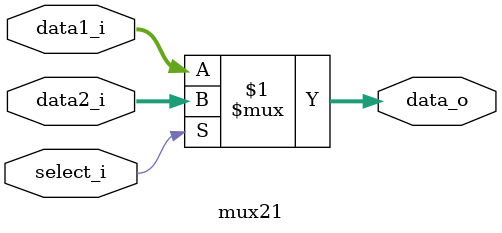
<source format=sv>
module mux21(
input  [31:0]  data1_i ,
input  [31:0]  data2_i ,
input          select_i,
output [31:0]  data_o  
);

  assign data_o = (select_i)? data2_i : data1_i ;

endmodule
</source>
